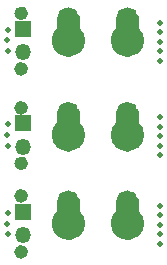
<source format=gbr>
%TF.GenerationSoftware,KiCad,Pcbnew,7.0.7*%
%TF.CreationDate,2024-01-09T18:40:06+08:00*%
%TF.ProjectId,XT302+2 PCB mod,58543330-322b-4322-9050-4342206d6f64,rev?*%
%TF.SameCoordinates,Original*%
%TF.FileFunction,Soldermask,Top*%
%TF.FilePolarity,Negative*%
%FSLAX46Y46*%
G04 Gerber Fmt 4.6, Leading zero omitted, Abs format (unit mm)*
G04 Created by KiCad (PCBNEW 7.0.7) date 2024-01-09 18:40:06*
%MOMM*%
%LPD*%
G01*
G04 APERTURE LIST*
%ADD10C,1.400000*%
%ADD11C,0.575000*%
%ADD12C,1.000000*%
%ADD13C,0.150000*%
%ADD14O,1.350000X1.350000*%
%ADD15R,1.350000X1.350000*%
%ADD16C,0.500000*%
G04 APERTURE END LIST*
D10*
X200500000Y-134500000D02*
G75*
G03*
X200500000Y-134500000I-700000J0D01*
G01*
D11*
X196087500Y-144900000D02*
G75*
G03*
X196087500Y-144900000I-287500J0D01*
G01*
D12*
X205300000Y-148200000D02*
G75*
G03*
X205300000Y-148200000I-500000J0D01*
G01*
D10*
X205500000Y-134500000D02*
G75*
G03*
X205500000Y-134500000I-700000J0D01*
G01*
X205500000Y-150000000D02*
G75*
G03*
X205500000Y-150000000I-700000J0D01*
G01*
X200500000Y-150000000D02*
G75*
G03*
X200500000Y-150000000I-700000J0D01*
G01*
D13*
X203900000Y-132700000D02*
X205700000Y-132700000D01*
X205700000Y-133800000D01*
X203900000Y-133800000D01*
X203900000Y-132700000D01*
G36*
X203900000Y-132700000D02*
G01*
X205700000Y-132700000D01*
X205700000Y-133800000D01*
X203900000Y-133800000D01*
X203900000Y-132700000D01*
G37*
X203900000Y-148200000D02*
X205700000Y-148200000D01*
X205700000Y-149300000D01*
X203900000Y-149300000D01*
X203900000Y-148200000D01*
G36*
X203900000Y-148200000D02*
G01*
X205700000Y-148200000D01*
X205700000Y-149300000D01*
X203900000Y-149300000D01*
X203900000Y-148200000D01*
G37*
D10*
X200500000Y-142500000D02*
G75*
G03*
X200500000Y-142500000I-700000J0D01*
G01*
D13*
X198900000Y-140700000D02*
X200700000Y-140700000D01*
X200700000Y-141800000D01*
X198900000Y-141800000D01*
X198900000Y-140700000D01*
G36*
X198900000Y-140700000D02*
G01*
X200700000Y-140700000D01*
X200700000Y-141800000D01*
X198900000Y-141800000D01*
X198900000Y-140700000D01*
G37*
D11*
X196087500Y-152400000D02*
G75*
G03*
X196087500Y-152400000I-287500J0D01*
G01*
D12*
X200300000Y-140700000D02*
G75*
G03*
X200300000Y-140700000I-500000J0D01*
G01*
X205300000Y-140700000D02*
G75*
G03*
X205300000Y-140700000I-500000J0D01*
G01*
D11*
X196087500Y-132200000D02*
G75*
G03*
X196087500Y-132200000I-287500J0D01*
G01*
X196087500Y-136900000D02*
G75*
G03*
X196087500Y-136900000I-287500J0D01*
G01*
X196087500Y-147650000D02*
G75*
G03*
X196087500Y-147650000I-287500J0D01*
G01*
D12*
X200300000Y-148200000D02*
G75*
G03*
X200300000Y-148200000I-500000J0D01*
G01*
D13*
X198900000Y-148200000D02*
X200700000Y-148200000D01*
X200700000Y-149300000D01*
X198900000Y-149300000D01*
X198900000Y-148200000D01*
G36*
X198900000Y-148200000D02*
G01*
X200700000Y-148200000D01*
X200700000Y-149300000D01*
X198900000Y-149300000D01*
X198900000Y-148200000D01*
G37*
X203900000Y-140700000D02*
X205700000Y-140700000D01*
X205700000Y-141800000D01*
X203900000Y-141800000D01*
X203900000Y-140700000D01*
G36*
X203900000Y-140700000D02*
G01*
X205700000Y-140700000D01*
X205700000Y-141800000D01*
X203900000Y-141800000D01*
X203900000Y-140700000D01*
G37*
D11*
X196087500Y-140200000D02*
G75*
G03*
X196087500Y-140200000I-287500J0D01*
G01*
D12*
X200300000Y-132700000D02*
G75*
G03*
X200300000Y-132700000I-500000J0D01*
G01*
D13*
X198900000Y-132700000D02*
X200700000Y-132700000D01*
X200700000Y-133800000D01*
X198900000Y-133800000D01*
X198900000Y-132700000D01*
G36*
X198900000Y-132700000D02*
G01*
X200700000Y-132700000D01*
X200700000Y-133800000D01*
X198900000Y-133800000D01*
X198900000Y-132700000D01*
G37*
D12*
X205300000Y-132700000D02*
G75*
G03*
X205300000Y-132700000I-500000J0D01*
G01*
D10*
X205500000Y-142500000D02*
G75*
G03*
X205500000Y-142500000I-700000J0D01*
G01*
D14*
%TO.C,REF\u002A\u002A*%
X195975000Y-151000000D03*
D15*
X195975000Y-149000000D03*
%TD*%
%TO.C,REF\u002A\u002A*%
X195950000Y-141500000D03*
D14*
X195950000Y-143500000D03*
%TD*%
D15*
%TO.C,REF\u002A\u002A*%
X195950000Y-133500000D03*
D14*
X195950000Y-135500000D03*
%TD*%
D16*
%TO.C,REF\u002A\u002A*%
X207599558Y-141020828D03*
%TD*%
%TO.C,REF\u002A\u002A*%
X207599558Y-148520828D03*
%TD*%
%TO.C,REF\u002A\u002A*%
X194600000Y-134500000D03*
%TD*%
%TO.C,REF\u002A\u002A*%
X207599558Y-141815621D03*
%TD*%
%TO.C,REF\u002A\u002A*%
X207599558Y-149315621D03*
%TD*%
%TO.C,REF\u002A\u002A*%
X207599558Y-134610414D03*
%TD*%
%TO.C,REF\u002A\u002A*%
X207599558Y-150905207D03*
%TD*%
%TO.C,REF\u002A\u002A*%
X207599558Y-133020828D03*
%TD*%
%TO.C,REF\u002A\u002A*%
X207599558Y-150110414D03*
%TD*%
%TO.C,REF\u002A\u002A*%
X194700000Y-150900000D03*
%TD*%
%TO.C,REF\u002A\u002A*%
X194700000Y-149100000D03*
%TD*%
%TO.C,REF\u002A\u002A*%
X207599558Y-143405207D03*
%TD*%
%TO.C,REF\u002A\u002A*%
X207599558Y-144200000D03*
%TD*%
%TO.C,REF\u002A\u002A*%
X194700000Y-135400000D03*
%TD*%
%TO.C,REF\u002A\u002A*%
X207599558Y-136200000D03*
%TD*%
%TO.C,REF\u002A\u002A*%
X207599558Y-135405207D03*
%TD*%
%TO.C,REF\u002A\u002A*%
X207599558Y-133815621D03*
%TD*%
%TO.C,REF\u002A\u002A*%
X194700000Y-143400000D03*
%TD*%
%TO.C,REF\u002A\u002A*%
X194700000Y-141600000D03*
%TD*%
%TO.C,REF\u002A\u002A*%
X194600000Y-150000000D03*
%TD*%
%TO.C,REF\u002A\u002A*%
X194700000Y-133600000D03*
%TD*%
%TO.C,REF\u002A\u002A*%
X194600000Y-142500000D03*
%TD*%
%TO.C,REF\u002A\u002A*%
X207599558Y-142610414D03*
%TD*%
%TO.C,REF\u002A\u002A*%
X207599558Y-151700000D03*
%TD*%
M02*

</source>
